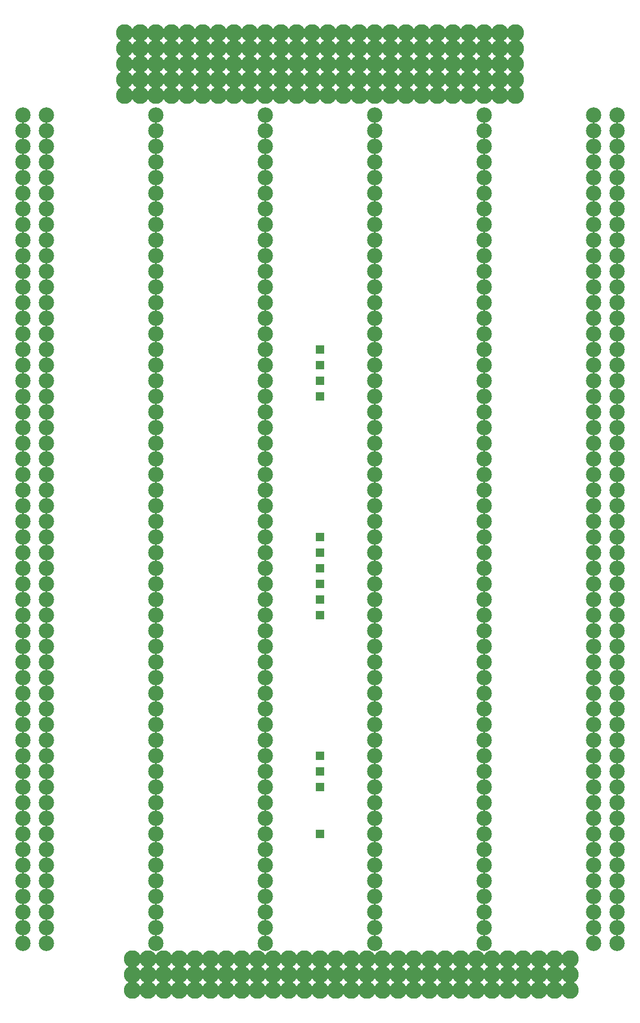
<source format=gbs>
%FSLAX34Y34*%
%MOMM*%
%LNSOLDERMASK_BOTTOM*%
G71*
G01*
%ADD10C, 2.800*%
%ADD11C, 2.500*%
%ADD12R, 1.400X1.400*%
%LPD*%
X184944Y-75803D02*
G54D10*
D03*
X210344Y-75803D02*
G54D10*
D03*
X235744Y-75803D02*
G54D10*
D03*
X261144Y-75803D02*
G54D10*
D03*
X286544Y-75803D02*
G54D10*
D03*
X311944Y-75803D02*
G54D10*
D03*
X337344Y-75803D02*
G54D10*
D03*
X362744Y-75803D02*
G54D10*
D03*
X388144Y-75803D02*
G54D10*
D03*
X413544Y-75803D02*
G54D10*
D03*
X438944Y-75803D02*
G54D10*
D03*
X464344Y-75803D02*
G54D10*
D03*
X489744Y-75803D02*
G54D10*
D03*
X515144Y-75803D02*
G54D10*
D03*
X540544Y-75803D02*
G54D10*
D03*
X565944Y-75803D02*
G54D10*
D03*
X591344Y-75803D02*
G54D10*
D03*
X616744Y-75803D02*
G54D10*
D03*
X642144Y-75803D02*
G54D10*
D03*
X667544Y-75803D02*
G54D10*
D03*
X692944Y-75803D02*
G54D10*
D03*
X718344Y-75803D02*
G54D10*
D03*
X743744Y-75803D02*
G54D10*
D03*
X769144Y-75803D02*
G54D10*
D03*
X794544Y-75803D02*
G54D10*
D03*
X819944Y-75803D02*
G54D10*
D03*
X57944Y-158353D02*
G54D11*
D03*
X57944Y-183753D02*
G54D11*
D03*
X57944Y-209153D02*
G54D11*
D03*
X57944Y-234553D02*
G54D11*
D03*
X57944Y-259953D02*
G54D11*
D03*
X57944Y-285353D02*
G54D11*
D03*
X57944Y-310753D02*
G54D11*
D03*
X57944Y-336153D02*
G54D11*
D03*
X57944Y-361553D02*
G54D11*
D03*
X57944Y-386953D02*
G54D11*
D03*
X57944Y-412353D02*
G54D11*
D03*
X57944Y-437753D02*
G54D11*
D03*
X57944Y-463153D02*
G54D11*
D03*
X57944Y-488553D02*
G54D11*
D03*
X57944Y-513953D02*
G54D11*
D03*
X57944Y-539353D02*
G54D11*
D03*
X57944Y-564753D02*
G54D11*
D03*
X57944Y-590153D02*
G54D11*
D03*
X57944Y-640953D02*
G54D11*
D03*
X57944Y-615553D02*
G54D11*
D03*
X57944Y-666353D02*
G54D11*
D03*
X57944Y-691753D02*
G54D11*
D03*
X57944Y-717153D02*
G54D11*
D03*
X57944Y-742553D02*
G54D11*
D03*
X57944Y-767953D02*
G54D11*
D03*
X57944Y-793353D02*
G54D11*
D03*
X57944Y-818753D02*
G54D11*
D03*
X57944Y-844153D02*
G54D11*
D03*
X57944Y-869553D02*
G54D11*
D03*
X57944Y-894953D02*
G54D11*
D03*
X57944Y-920353D02*
G54D11*
D03*
X57944Y-945753D02*
G54D11*
D03*
X57944Y-971153D02*
G54D11*
D03*
X57944Y-996553D02*
G54D11*
D03*
X57944Y-1021953D02*
G54D11*
D03*
X57944Y-1047353D02*
G54D11*
D03*
X57944Y-1072753D02*
G54D11*
D03*
X57944Y-1098153D02*
G54D11*
D03*
X57944Y-1123553D02*
G54D11*
D03*
X57944Y-1148953D02*
G54D11*
D03*
X57944Y-1174353D02*
G54D11*
D03*
X57944Y-1225153D02*
G54D11*
D03*
X57944Y-1199753D02*
G54D11*
D03*
X57944Y-1250553D02*
G54D11*
D03*
X57944Y-1275953D02*
G54D11*
D03*
X57944Y-1301353D02*
G54D11*
D03*
X57944Y-1326753D02*
G54D11*
D03*
X57944Y-1352153D02*
G54D11*
D03*
X57944Y-1377553D02*
G54D11*
D03*
X57944Y-1402953D02*
G54D11*
D03*
X57944Y-1428353D02*
G54D11*
D03*
X57944Y-1453753D02*
G54D11*
D03*
X57944Y-1479153D02*
G54D11*
D03*
X57944Y-1504553D02*
G54D11*
D03*
X235744Y-158353D02*
G54D11*
D03*
X235744Y-183753D02*
G54D11*
D03*
X235744Y-209153D02*
G54D11*
D03*
X235744Y-234553D02*
G54D11*
D03*
X235744Y-259953D02*
G54D11*
D03*
X235744Y-285353D02*
G54D11*
D03*
X235744Y-310753D02*
G54D11*
D03*
X235744Y-336153D02*
G54D11*
D03*
X235744Y-361553D02*
G54D11*
D03*
X235744Y-386953D02*
G54D11*
D03*
X235744Y-412353D02*
G54D11*
D03*
X235744Y-437753D02*
G54D11*
D03*
X235744Y-463153D02*
G54D11*
D03*
X235744Y-488553D02*
G54D11*
D03*
X235744Y-513953D02*
G54D11*
D03*
X235744Y-539353D02*
G54D11*
D03*
X235744Y-564753D02*
G54D11*
D03*
X235744Y-590153D02*
G54D11*
D03*
X235744Y-640953D02*
G54D11*
D03*
X235744Y-615553D02*
G54D11*
D03*
X235744Y-666353D02*
G54D11*
D03*
X235744Y-691753D02*
G54D11*
D03*
X235744Y-717153D02*
G54D11*
D03*
X235744Y-742553D02*
G54D11*
D03*
X235744Y-767953D02*
G54D11*
D03*
X235744Y-793353D02*
G54D11*
D03*
X235744Y-818753D02*
G54D11*
D03*
X235744Y-844153D02*
G54D11*
D03*
X235744Y-869553D02*
G54D11*
D03*
X235744Y-894953D02*
G54D11*
D03*
X235744Y-920353D02*
G54D11*
D03*
X235744Y-945753D02*
G54D11*
D03*
X235744Y-971153D02*
G54D11*
D03*
X235744Y-996553D02*
G54D11*
D03*
X235744Y-1021953D02*
G54D11*
D03*
X235744Y-1047353D02*
G54D11*
D03*
X235744Y-1072753D02*
G54D11*
D03*
X235744Y-1098153D02*
G54D11*
D03*
X235744Y-1123553D02*
G54D11*
D03*
X235744Y-1148953D02*
G54D11*
D03*
X235744Y-1174353D02*
G54D11*
D03*
X235744Y-1225153D02*
G54D11*
D03*
X235744Y-1199753D02*
G54D11*
D03*
X235744Y-1250553D02*
G54D11*
D03*
X235744Y-1275953D02*
G54D11*
D03*
X235744Y-1301353D02*
G54D11*
D03*
X235744Y-1326753D02*
G54D11*
D03*
X235744Y-1352153D02*
G54D11*
D03*
X235744Y-1377553D02*
G54D11*
D03*
X235744Y-1402953D02*
G54D11*
D03*
X235744Y-1428353D02*
G54D11*
D03*
X235744Y-1453753D02*
G54D11*
D03*
X235744Y-1479153D02*
G54D11*
D03*
X235744Y-1504553D02*
G54D11*
D03*
X413544Y-158353D02*
G54D11*
D03*
X413544Y-183753D02*
G54D11*
D03*
X413544Y-209153D02*
G54D11*
D03*
X413544Y-234553D02*
G54D11*
D03*
X413544Y-259953D02*
G54D11*
D03*
X413544Y-285353D02*
G54D11*
D03*
X413544Y-310753D02*
G54D11*
D03*
X413544Y-336153D02*
G54D11*
D03*
X413544Y-361553D02*
G54D11*
D03*
X413544Y-386953D02*
G54D11*
D03*
X413544Y-412353D02*
G54D11*
D03*
X413544Y-437753D02*
G54D11*
D03*
X413544Y-463153D02*
G54D11*
D03*
X413544Y-488553D02*
G54D11*
D03*
X413544Y-513953D02*
G54D11*
D03*
X413544Y-539353D02*
G54D11*
D03*
X413544Y-564753D02*
G54D11*
D03*
X413544Y-590153D02*
G54D11*
D03*
X413544Y-640953D02*
G54D11*
D03*
X413544Y-615553D02*
G54D11*
D03*
X413544Y-666353D02*
G54D11*
D03*
X413544Y-691753D02*
G54D11*
D03*
X413544Y-717153D02*
G54D11*
D03*
X413544Y-742553D02*
G54D11*
D03*
X413544Y-767953D02*
G54D11*
D03*
X413544Y-793353D02*
G54D11*
D03*
X413544Y-818753D02*
G54D11*
D03*
X413544Y-844153D02*
G54D11*
D03*
X413544Y-869553D02*
G54D11*
D03*
X413544Y-894953D02*
G54D11*
D03*
X413544Y-920353D02*
G54D11*
D03*
X413544Y-945753D02*
G54D11*
D03*
X413544Y-971153D02*
G54D11*
D03*
X413544Y-996553D02*
G54D11*
D03*
X413544Y-1021953D02*
G54D11*
D03*
X413544Y-1047353D02*
G54D11*
D03*
X413544Y-1072753D02*
G54D11*
D03*
X413544Y-1098153D02*
G54D11*
D03*
X413544Y-1123553D02*
G54D11*
D03*
X413544Y-1148953D02*
G54D11*
D03*
X413544Y-1174353D02*
G54D11*
D03*
X413544Y-1225153D02*
G54D11*
D03*
X413544Y-1199753D02*
G54D11*
D03*
X413544Y-1250553D02*
G54D11*
D03*
X413544Y-1275953D02*
G54D11*
D03*
X413544Y-1301353D02*
G54D11*
D03*
X413544Y-1326753D02*
G54D11*
D03*
X413544Y-1352153D02*
G54D11*
D03*
X413544Y-1377553D02*
G54D11*
D03*
X413544Y-1402953D02*
G54D11*
D03*
X413544Y-1428353D02*
G54D11*
D03*
X413544Y-1453753D02*
G54D11*
D03*
X413544Y-1479153D02*
G54D11*
D03*
X413544Y-1504553D02*
G54D11*
D03*
X591344Y-158353D02*
G54D11*
D03*
X591344Y-183753D02*
G54D11*
D03*
X591344Y-209153D02*
G54D11*
D03*
X591344Y-234553D02*
G54D11*
D03*
X591344Y-259953D02*
G54D11*
D03*
X591344Y-285353D02*
G54D11*
D03*
X591344Y-310753D02*
G54D11*
D03*
X591344Y-336153D02*
G54D11*
D03*
X591344Y-361553D02*
G54D11*
D03*
X591344Y-386953D02*
G54D11*
D03*
X591344Y-412353D02*
G54D11*
D03*
X591344Y-437753D02*
G54D11*
D03*
X591344Y-463153D02*
G54D11*
D03*
X591344Y-488553D02*
G54D11*
D03*
X591344Y-513953D02*
G54D11*
D03*
X591344Y-539353D02*
G54D11*
D03*
X591344Y-564753D02*
G54D11*
D03*
X591344Y-590153D02*
G54D11*
D03*
X591344Y-640953D02*
G54D11*
D03*
X591344Y-615553D02*
G54D11*
D03*
X591344Y-666353D02*
G54D11*
D03*
X591344Y-691753D02*
G54D11*
D03*
X591344Y-717153D02*
G54D11*
D03*
X591344Y-742553D02*
G54D11*
D03*
X591344Y-767953D02*
G54D11*
D03*
X591344Y-793353D02*
G54D11*
D03*
X591344Y-818753D02*
G54D11*
D03*
X591344Y-844153D02*
G54D11*
D03*
X591344Y-869553D02*
G54D11*
D03*
X591344Y-894953D02*
G54D11*
D03*
X591344Y-920353D02*
G54D11*
D03*
X591344Y-945753D02*
G54D11*
D03*
X591344Y-971153D02*
G54D11*
D03*
X591344Y-996553D02*
G54D11*
D03*
X591344Y-1021953D02*
G54D11*
D03*
X591344Y-1047353D02*
G54D11*
D03*
X591344Y-1072753D02*
G54D11*
D03*
X591344Y-1098153D02*
G54D11*
D03*
X591344Y-1123553D02*
G54D11*
D03*
X591344Y-1148953D02*
G54D11*
D03*
X591344Y-1174353D02*
G54D11*
D03*
X591344Y-1225153D02*
G54D11*
D03*
X591344Y-1199753D02*
G54D11*
D03*
X591344Y-1250553D02*
G54D11*
D03*
X591344Y-1275953D02*
G54D11*
D03*
X591344Y-1301353D02*
G54D11*
D03*
X591344Y-1326753D02*
G54D11*
D03*
X591344Y-1352153D02*
G54D11*
D03*
X591344Y-1377553D02*
G54D11*
D03*
X591344Y-1402953D02*
G54D11*
D03*
X591344Y-1428353D02*
G54D11*
D03*
X591344Y-1453753D02*
G54D11*
D03*
X591344Y-1479153D02*
G54D11*
D03*
X591344Y-1504553D02*
G54D11*
D03*
X769144Y-158353D02*
G54D11*
D03*
X769144Y-183753D02*
G54D11*
D03*
X769144Y-209153D02*
G54D11*
D03*
X769144Y-234553D02*
G54D11*
D03*
X769144Y-259953D02*
G54D11*
D03*
X769144Y-285353D02*
G54D11*
D03*
X769144Y-310753D02*
G54D11*
D03*
X769144Y-336153D02*
G54D11*
D03*
X769144Y-361553D02*
G54D11*
D03*
X769144Y-386953D02*
G54D11*
D03*
X769144Y-412353D02*
G54D11*
D03*
X769144Y-437753D02*
G54D11*
D03*
X769144Y-463153D02*
G54D11*
D03*
X769144Y-488553D02*
G54D11*
D03*
X769144Y-513953D02*
G54D11*
D03*
X769144Y-539353D02*
G54D11*
D03*
X769144Y-564753D02*
G54D11*
D03*
X769144Y-590153D02*
G54D11*
D03*
X769144Y-640953D02*
G54D11*
D03*
X769144Y-615553D02*
G54D11*
D03*
X769144Y-666353D02*
G54D11*
D03*
X769144Y-691753D02*
G54D11*
D03*
X769144Y-717153D02*
G54D11*
D03*
X769144Y-742553D02*
G54D11*
D03*
X769144Y-767953D02*
G54D11*
D03*
X769144Y-793353D02*
G54D11*
D03*
X769144Y-818753D02*
G54D11*
D03*
X769144Y-844153D02*
G54D11*
D03*
X769144Y-869553D02*
G54D11*
D03*
X769144Y-894953D02*
G54D11*
D03*
X769144Y-920353D02*
G54D11*
D03*
X769144Y-945753D02*
G54D11*
D03*
X769144Y-971153D02*
G54D11*
D03*
X769144Y-996553D02*
G54D11*
D03*
X769144Y-1021953D02*
G54D11*
D03*
X769144Y-1047353D02*
G54D11*
D03*
X769144Y-1072753D02*
G54D11*
D03*
X769144Y-1098153D02*
G54D11*
D03*
X769144Y-1123553D02*
G54D11*
D03*
X769144Y-1148953D02*
G54D11*
D03*
X769144Y-1174353D02*
G54D11*
D03*
X769144Y-1225153D02*
G54D11*
D03*
X769144Y-1199753D02*
G54D11*
D03*
X769144Y-1250553D02*
G54D11*
D03*
X769144Y-1275953D02*
G54D11*
D03*
X769144Y-1301353D02*
G54D11*
D03*
X769144Y-1326753D02*
G54D11*
D03*
X769144Y-1352153D02*
G54D11*
D03*
X769144Y-1377553D02*
G54D11*
D03*
X769144Y-1402953D02*
G54D11*
D03*
X769144Y-1428353D02*
G54D11*
D03*
X769144Y-1453753D02*
G54D11*
D03*
X769144Y-1479153D02*
G54D11*
D03*
X769144Y-1504553D02*
G54D11*
D03*
X946944Y-158353D02*
G54D11*
D03*
X946944Y-183753D02*
G54D11*
D03*
X946944Y-209153D02*
G54D11*
D03*
X946944Y-234553D02*
G54D11*
D03*
X946944Y-259953D02*
G54D11*
D03*
X946944Y-285353D02*
G54D11*
D03*
X946944Y-310753D02*
G54D11*
D03*
X946944Y-336153D02*
G54D11*
D03*
X946944Y-361553D02*
G54D11*
D03*
X946944Y-386953D02*
G54D11*
D03*
X946944Y-412353D02*
G54D11*
D03*
X946944Y-437753D02*
G54D11*
D03*
X946944Y-463153D02*
G54D11*
D03*
X946944Y-488553D02*
G54D11*
D03*
X946944Y-513953D02*
G54D11*
D03*
X946944Y-539353D02*
G54D11*
D03*
X946944Y-564753D02*
G54D11*
D03*
X946944Y-590153D02*
G54D11*
D03*
X946944Y-640953D02*
G54D11*
D03*
X946944Y-615553D02*
G54D11*
D03*
X946944Y-666353D02*
G54D11*
D03*
X946944Y-691753D02*
G54D11*
D03*
X946944Y-717153D02*
G54D11*
D03*
X946944Y-742553D02*
G54D11*
D03*
X946944Y-767953D02*
G54D11*
D03*
X946944Y-793353D02*
G54D11*
D03*
X946944Y-818753D02*
G54D11*
D03*
X946944Y-844153D02*
G54D11*
D03*
X946944Y-869553D02*
G54D11*
D03*
X946944Y-894953D02*
G54D11*
D03*
X946944Y-920353D02*
G54D11*
D03*
X946944Y-945753D02*
G54D11*
D03*
X946944Y-971153D02*
G54D11*
D03*
X946944Y-996553D02*
G54D11*
D03*
X946944Y-1021953D02*
G54D11*
D03*
X946944Y-1047353D02*
G54D11*
D03*
X946944Y-1072753D02*
G54D11*
D03*
X946944Y-1098153D02*
G54D11*
D03*
X946944Y-1123553D02*
G54D11*
D03*
X946944Y-1148953D02*
G54D11*
D03*
X946944Y-1174353D02*
G54D11*
D03*
X946944Y-1225153D02*
G54D11*
D03*
X946944Y-1199753D02*
G54D11*
D03*
X946944Y-1250553D02*
G54D11*
D03*
X946944Y-1275953D02*
G54D11*
D03*
X946944Y-1301353D02*
G54D11*
D03*
X946944Y-1326753D02*
G54D11*
D03*
X946944Y-1352153D02*
G54D11*
D03*
X946944Y-1377553D02*
G54D11*
D03*
X946944Y-1402953D02*
G54D11*
D03*
X946944Y-1428353D02*
G54D11*
D03*
X946944Y-1453753D02*
G54D11*
D03*
X946944Y-1479153D02*
G54D11*
D03*
X946944Y-1504553D02*
G54D11*
D03*
X184944Y-101203D02*
G54D10*
D03*
X210344Y-101203D02*
G54D10*
D03*
X235744Y-101203D02*
G54D10*
D03*
X261144Y-101203D02*
G54D10*
D03*
X286544Y-101203D02*
G54D10*
D03*
X311944Y-101203D02*
G54D10*
D03*
X337344Y-101203D02*
G54D10*
D03*
X362744Y-101203D02*
G54D10*
D03*
X388144Y-101203D02*
G54D10*
D03*
X413544Y-101203D02*
G54D10*
D03*
X438944Y-101203D02*
G54D10*
D03*
X464344Y-101203D02*
G54D10*
D03*
X489744Y-101203D02*
G54D10*
D03*
X515144Y-101203D02*
G54D10*
D03*
X540544Y-101203D02*
G54D10*
D03*
X565944Y-101203D02*
G54D10*
D03*
X591344Y-101203D02*
G54D10*
D03*
X616744Y-101203D02*
G54D10*
D03*
X642144Y-101203D02*
G54D10*
D03*
X667544Y-101203D02*
G54D10*
D03*
X692944Y-101203D02*
G54D10*
D03*
X718344Y-101203D02*
G54D10*
D03*
X743744Y-101203D02*
G54D10*
D03*
X769144Y-101203D02*
G54D10*
D03*
X794544Y-101203D02*
G54D10*
D03*
X819944Y-101203D02*
G54D10*
D03*
X184944Y-126603D02*
G54D10*
D03*
X210344Y-126603D02*
G54D10*
D03*
X235744Y-126603D02*
G54D10*
D03*
X261144Y-126603D02*
G54D10*
D03*
X286544Y-126603D02*
G54D10*
D03*
X311944Y-126603D02*
G54D10*
D03*
X337344Y-126603D02*
G54D10*
D03*
X362744Y-126603D02*
G54D10*
D03*
X388144Y-126603D02*
G54D10*
D03*
X413544Y-126603D02*
G54D10*
D03*
X438944Y-126603D02*
G54D10*
D03*
X464344Y-126603D02*
G54D10*
D03*
X489744Y-126603D02*
G54D10*
D03*
X515144Y-126603D02*
G54D10*
D03*
X540544Y-126603D02*
G54D10*
D03*
X565944Y-126603D02*
G54D10*
D03*
X591344Y-126603D02*
G54D10*
D03*
X616744Y-126603D02*
G54D10*
D03*
X642144Y-126603D02*
G54D10*
D03*
X667544Y-126603D02*
G54D10*
D03*
X692944Y-126603D02*
G54D10*
D03*
X718344Y-126603D02*
G54D10*
D03*
X743744Y-126603D02*
G54D10*
D03*
X769144Y-126603D02*
G54D10*
D03*
X794544Y-126603D02*
G54D10*
D03*
X819944Y-126603D02*
G54D10*
D03*
X19844Y-158353D02*
G54D11*
D03*
X19844Y-183753D02*
G54D11*
D03*
X19844Y-209153D02*
G54D11*
D03*
X19844Y-234553D02*
G54D11*
D03*
X19844Y-259953D02*
G54D11*
D03*
X19844Y-285353D02*
G54D11*
D03*
X19844Y-310753D02*
G54D11*
D03*
X19844Y-336153D02*
G54D11*
D03*
X19844Y-361553D02*
G54D11*
D03*
X19844Y-386953D02*
G54D11*
D03*
X19844Y-412353D02*
G54D11*
D03*
X19844Y-437753D02*
G54D11*
D03*
X19844Y-463153D02*
G54D11*
D03*
X19844Y-488553D02*
G54D11*
D03*
X19844Y-513953D02*
G54D11*
D03*
X19844Y-539353D02*
G54D11*
D03*
X19844Y-564753D02*
G54D11*
D03*
X19844Y-590153D02*
G54D11*
D03*
X19844Y-640953D02*
G54D11*
D03*
X19844Y-615553D02*
G54D11*
D03*
X19844Y-666353D02*
G54D11*
D03*
X19844Y-691753D02*
G54D11*
D03*
X19844Y-717153D02*
G54D11*
D03*
X19844Y-742553D02*
G54D11*
D03*
X19844Y-767953D02*
G54D11*
D03*
X19844Y-793353D02*
G54D11*
D03*
X19844Y-818753D02*
G54D11*
D03*
X19844Y-844153D02*
G54D11*
D03*
X19844Y-869553D02*
G54D11*
D03*
X19844Y-894953D02*
G54D11*
D03*
X19844Y-920353D02*
G54D11*
D03*
X19844Y-945753D02*
G54D11*
D03*
X19844Y-971153D02*
G54D11*
D03*
X19844Y-996553D02*
G54D11*
D03*
X19844Y-1021953D02*
G54D11*
D03*
X19844Y-1047353D02*
G54D11*
D03*
X19844Y-1072753D02*
G54D11*
D03*
X19844Y-1098153D02*
G54D11*
D03*
X19844Y-1123553D02*
G54D11*
D03*
X19844Y-1148953D02*
G54D11*
D03*
X19844Y-1174353D02*
G54D11*
D03*
X19844Y-1225153D02*
G54D11*
D03*
X19844Y-1199753D02*
G54D11*
D03*
X19844Y-1250553D02*
G54D11*
D03*
X19844Y-1275953D02*
G54D11*
D03*
X19844Y-1301353D02*
G54D11*
D03*
X19844Y-1326753D02*
G54D11*
D03*
X19844Y-1352153D02*
G54D11*
D03*
X19844Y-1377553D02*
G54D11*
D03*
X19844Y-1402953D02*
G54D11*
D03*
X19844Y-1428353D02*
G54D11*
D03*
X19844Y-1453753D02*
G54D11*
D03*
X19844Y-1479153D02*
G54D11*
D03*
X19844Y-1504553D02*
G54D11*
D03*
X985044Y-158353D02*
G54D11*
D03*
X985044Y-183753D02*
G54D11*
D03*
X985044Y-209153D02*
G54D11*
D03*
X985044Y-234553D02*
G54D11*
D03*
X985044Y-259953D02*
G54D11*
D03*
X985044Y-285353D02*
G54D11*
D03*
X985044Y-310753D02*
G54D11*
D03*
X985044Y-336153D02*
G54D11*
D03*
X985044Y-361553D02*
G54D11*
D03*
X985044Y-386953D02*
G54D11*
D03*
X985044Y-412353D02*
G54D11*
D03*
X985044Y-437753D02*
G54D11*
D03*
X985044Y-463153D02*
G54D11*
D03*
X985044Y-488553D02*
G54D11*
D03*
X985044Y-513953D02*
G54D11*
D03*
X985044Y-539353D02*
G54D11*
D03*
X985044Y-564753D02*
G54D11*
D03*
X985044Y-590153D02*
G54D11*
D03*
X985044Y-640953D02*
G54D11*
D03*
X985044Y-615553D02*
G54D11*
D03*
X985044Y-666353D02*
G54D11*
D03*
X985044Y-691753D02*
G54D11*
D03*
X985044Y-717153D02*
G54D11*
D03*
X985044Y-742553D02*
G54D11*
D03*
X985044Y-767953D02*
G54D11*
D03*
X985044Y-793353D02*
G54D11*
D03*
X985044Y-818753D02*
G54D11*
D03*
X985044Y-844153D02*
G54D11*
D03*
X985044Y-869553D02*
G54D11*
D03*
X985044Y-894953D02*
G54D11*
D03*
X985044Y-920353D02*
G54D11*
D03*
X985044Y-945753D02*
G54D11*
D03*
X985044Y-971153D02*
G54D11*
D03*
X985044Y-996553D02*
G54D11*
D03*
X985044Y-1021953D02*
G54D11*
D03*
X985044Y-1047353D02*
G54D11*
D03*
X985044Y-1072753D02*
G54D11*
D03*
X985044Y-1098153D02*
G54D11*
D03*
X985044Y-1123553D02*
G54D11*
D03*
X985044Y-1148953D02*
G54D11*
D03*
X985044Y-1174353D02*
G54D11*
D03*
X985044Y-1225153D02*
G54D11*
D03*
X985044Y-1199753D02*
G54D11*
D03*
X985044Y-1250553D02*
G54D11*
D03*
X985044Y-1275953D02*
G54D11*
D03*
X985044Y-1301353D02*
G54D11*
D03*
X985044Y-1326753D02*
G54D11*
D03*
X985044Y-1352153D02*
G54D11*
D03*
X985044Y-1377553D02*
G54D11*
D03*
X985044Y-1402953D02*
G54D11*
D03*
X985044Y-1428353D02*
G54D11*
D03*
X985044Y-1453753D02*
G54D11*
D03*
X985044Y-1479153D02*
G54D11*
D03*
X985044Y-1504553D02*
G54D11*
D03*
X502444Y-539353D02*
G54D12*
D03*
X502444Y-564753D02*
G54D12*
D03*
X502444Y-590153D02*
G54D12*
D03*
X502444Y-615553D02*
G54D12*
D03*
X502444Y-844153D02*
G54D12*
D03*
X502444Y-869553D02*
G54D12*
D03*
X502444Y-894953D02*
G54D12*
D03*
X502444Y-920353D02*
G54D12*
D03*
X502444Y-945753D02*
G54D12*
D03*
X502444Y-971153D02*
G54D12*
D03*
X502444Y-1199753D02*
G54D12*
D03*
X502444Y-1225153D02*
G54D12*
D03*
X502444Y-1250553D02*
G54D12*
D03*
X502444Y-1326753D02*
G54D12*
D03*
X184944Y-50403D02*
G54D10*
D03*
X210344Y-50403D02*
G54D10*
D03*
X235744Y-50403D02*
G54D10*
D03*
X261144Y-50403D02*
G54D10*
D03*
X286544Y-50403D02*
G54D10*
D03*
X311944Y-50403D02*
G54D10*
D03*
X337344Y-50403D02*
G54D10*
D03*
X362744Y-50403D02*
G54D10*
D03*
X388144Y-50403D02*
G54D10*
D03*
X413544Y-50403D02*
G54D10*
D03*
X438944Y-50403D02*
G54D10*
D03*
X464344Y-50403D02*
G54D10*
D03*
X489744Y-50403D02*
G54D10*
D03*
X515144Y-50403D02*
G54D10*
D03*
X540544Y-50403D02*
G54D10*
D03*
X565944Y-50403D02*
G54D10*
D03*
X591344Y-50403D02*
G54D10*
D03*
X616744Y-50403D02*
G54D10*
D03*
X642144Y-50403D02*
G54D10*
D03*
X667544Y-50403D02*
G54D10*
D03*
X692944Y-50403D02*
G54D10*
D03*
X718344Y-50403D02*
G54D10*
D03*
X743744Y-50403D02*
G54D10*
D03*
X769144Y-50403D02*
G54D10*
D03*
X794544Y-50403D02*
G54D10*
D03*
X819944Y-50403D02*
G54D10*
D03*
X184944Y-25003D02*
G54D10*
D03*
X210344Y-25003D02*
G54D10*
D03*
X235744Y-25003D02*
G54D10*
D03*
X261144Y-25003D02*
G54D10*
D03*
X286544Y-25003D02*
G54D10*
D03*
X311944Y-25003D02*
G54D10*
D03*
X337344Y-25003D02*
G54D10*
D03*
X362744Y-25003D02*
G54D10*
D03*
X388144Y-25003D02*
G54D10*
D03*
X413544Y-25003D02*
G54D10*
D03*
X438944Y-25003D02*
G54D10*
D03*
X464344Y-25003D02*
G54D10*
D03*
X489744Y-25003D02*
G54D10*
D03*
X515144Y-25003D02*
G54D10*
D03*
X540544Y-25003D02*
G54D10*
D03*
X565944Y-25003D02*
G54D10*
D03*
X591344Y-25003D02*
G54D10*
D03*
X616744Y-25003D02*
G54D10*
D03*
X642144Y-25003D02*
G54D10*
D03*
X667544Y-25003D02*
G54D10*
D03*
X692944Y-25003D02*
G54D10*
D03*
X718344Y-25003D02*
G54D10*
D03*
X743744Y-25003D02*
G54D10*
D03*
X769144Y-25003D02*
G54D10*
D03*
X794544Y-25003D02*
G54D10*
D03*
X819944Y-25003D02*
G54D10*
D03*
X451644Y-1580753D02*
G54D10*
D03*
X477044Y-1580753D02*
G54D10*
D03*
X502444Y-1580753D02*
G54D10*
D03*
X527844Y-1580753D02*
G54D10*
D03*
X553244Y-1580753D02*
G54D10*
D03*
X578644Y-1580753D02*
G54D10*
D03*
X604044Y-1580753D02*
G54D10*
D03*
X629444Y-1580753D02*
G54D10*
D03*
X654844Y-1580753D02*
G54D10*
D03*
X680244Y-1580753D02*
G54D10*
D03*
X705644Y-1580753D02*
G54D10*
D03*
X451644Y-1555353D02*
G54D10*
D03*
X477044Y-1555353D02*
G54D10*
D03*
X502444Y-1555353D02*
G54D10*
D03*
X527844Y-1555353D02*
G54D10*
D03*
X553244Y-1555353D02*
G54D10*
D03*
X578644Y-1555353D02*
G54D10*
D03*
X604044Y-1555353D02*
G54D10*
D03*
X629444Y-1555353D02*
G54D10*
D03*
X654844Y-1555353D02*
G54D10*
D03*
X680244Y-1555353D02*
G54D10*
D03*
X705644Y-1555353D02*
G54D10*
D03*
X451644Y-1529953D02*
G54D10*
D03*
X477044Y-1529953D02*
G54D10*
D03*
X502444Y-1529953D02*
G54D10*
D03*
X527844Y-1529953D02*
G54D10*
D03*
X553244Y-1529953D02*
G54D10*
D03*
X578644Y-1529953D02*
G54D10*
D03*
X604044Y-1529953D02*
G54D10*
D03*
X629444Y-1529953D02*
G54D10*
D03*
X654844Y-1529953D02*
G54D10*
D03*
X680244Y-1529953D02*
G54D10*
D03*
X705644Y-1529953D02*
G54D10*
D03*
X731044Y-1580753D02*
G54D10*
D03*
X756444Y-1580753D02*
G54D10*
D03*
X781844Y-1580753D02*
G54D10*
D03*
X807244Y-1580753D02*
G54D10*
D03*
X832644Y-1580753D02*
G54D10*
D03*
X858044Y-1580753D02*
G54D10*
D03*
X883444Y-1580753D02*
G54D10*
D03*
X908844Y-1580753D02*
G54D10*
D03*
X731044Y-1555353D02*
G54D10*
D03*
X756444Y-1555353D02*
G54D10*
D03*
X781844Y-1555353D02*
G54D10*
D03*
X807244Y-1555353D02*
G54D10*
D03*
X832644Y-1555353D02*
G54D10*
D03*
X858044Y-1555353D02*
G54D10*
D03*
X883444Y-1555353D02*
G54D10*
D03*
X908844Y-1555353D02*
G54D10*
D03*
X731044Y-1529953D02*
G54D10*
D03*
X756444Y-1529953D02*
G54D10*
D03*
X781844Y-1529953D02*
G54D10*
D03*
X807244Y-1529953D02*
G54D10*
D03*
X832644Y-1529953D02*
G54D10*
D03*
X858044Y-1529953D02*
G54D10*
D03*
X883444Y-1529953D02*
G54D10*
D03*
X908844Y-1529953D02*
G54D10*
D03*
X273844Y-1580753D02*
G54D10*
D03*
X299244Y-1580753D02*
G54D10*
D03*
X324644Y-1580753D02*
G54D10*
D03*
X350044Y-1580753D02*
G54D10*
D03*
X375444Y-1580753D02*
G54D10*
D03*
X400844Y-1580753D02*
G54D10*
D03*
X426244Y-1580753D02*
G54D10*
D03*
X273844Y-1555353D02*
G54D10*
D03*
X299244Y-1555353D02*
G54D10*
D03*
X324644Y-1555353D02*
G54D10*
D03*
X350044Y-1555353D02*
G54D10*
D03*
X375444Y-1555353D02*
G54D10*
D03*
X400844Y-1555353D02*
G54D10*
D03*
X426244Y-1555353D02*
G54D10*
D03*
X273844Y-1529953D02*
G54D10*
D03*
X299244Y-1529953D02*
G54D10*
D03*
X324644Y-1529953D02*
G54D10*
D03*
X350044Y-1529953D02*
G54D10*
D03*
X375444Y-1529953D02*
G54D10*
D03*
X400844Y-1529953D02*
G54D10*
D03*
X426244Y-1529953D02*
G54D10*
D03*
X197644Y-1580753D02*
G54D10*
D03*
X223044Y-1580753D02*
G54D10*
D03*
X248444Y-1580753D02*
G54D10*
D03*
X197644Y-1555353D02*
G54D10*
D03*
X223044Y-1555353D02*
G54D10*
D03*
X248444Y-1555353D02*
G54D10*
D03*
X197644Y-1529953D02*
G54D10*
D03*
X223044Y-1529953D02*
G54D10*
D03*
X248444Y-1529953D02*
G54D10*
D03*
M02*

</source>
